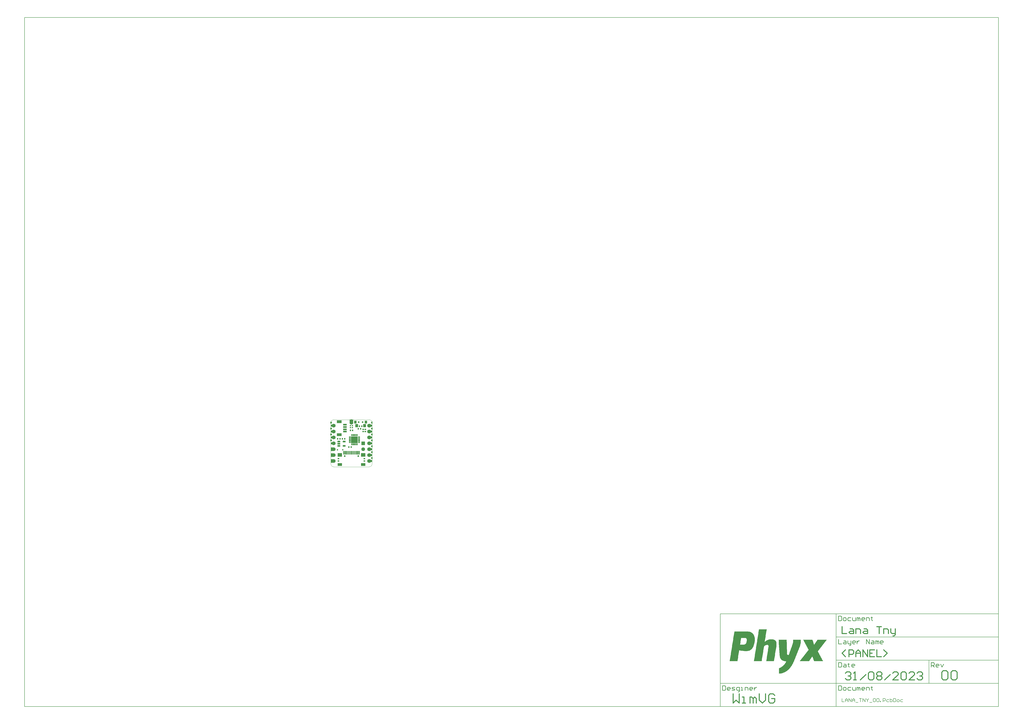
<source format=gts>
G04*
G04 #@! TF.GenerationSoftware,Altium Limited,Altium Designer,23.8.1 (32)*
G04*
G04 Layer_Color=8388736*
%FSLAX25Y25*%
%MOIN*%
G70*
G04*
G04 #@! TF.SameCoordinates,792C4401-852F-49E4-8EEA-156BCAAEB04F*
G04*
G04*
G04 #@! TF.FilePolarity,Negative*
G04*
G01*
G75*
%ADD10C,0.00984*%
%ADD12C,0.00394*%
%ADD13C,0.00787*%
%ADD16C,0.01575*%
%ADD33R,0.06496X0.02756*%
%ADD34R,0.08268X0.05118*%
%ADD35R,0.02362X0.02756*%
%ADD36R,0.02756X0.02362*%
%ADD37R,0.11417X0.11417*%
%ADD38O,0.03347X0.01181*%
%ADD39O,0.01181X0.03347*%
%ADD40R,0.07480X0.05118*%
%ADD41R,0.07480X0.06102*%
%ADD42R,0.01575X0.06102*%
%ADD43R,0.04921X0.05512*%
%ADD44R,0.03937X0.05118*%
%ADD45C,0.01968*%
%ADD46R,0.02323X0.02165*%
%ADD47R,0.04921X0.02756*%
%ADD48R,0.02165X0.02165*%
%ADD49C,0.02953*%
%ADD50C,0.02756*%
%ADD51R,0.02894X0.03543*%
%ADD52R,0.06299X0.05394*%
%ADD53C,0.06299*%
%ADD54R,0.06299X0.06299*%
%ADD55R,0.05394X0.06299*%
G36*
X65668Y73094D02*
X66262Y72976D01*
X66299Y72965D01*
X66299Y72965D01*
X66858Y72733D01*
X66893Y72715D01*
X66893Y72715D01*
X67396Y72378D01*
X67396Y72378D01*
X67412Y72365D01*
X67426Y72354D01*
X67426Y72354D01*
X67636Y72143D01*
X67746Y72044D01*
X67996Y71877D01*
X68269Y71764D01*
X68564Y71705D01*
X68712Y71698D01*
X69200D01*
X69239Y71694D01*
X69276Y71683D01*
X69310Y71665D01*
X69340Y71640D01*
X69365Y71610D01*
X69383Y71576D01*
X69394Y71539D01*
X69398Y71500D01*
Y70000D01*
Y70000D01*
Y70000D01*
Y68500D01*
X69394Y68461D01*
X69383Y68424D01*
X69365Y68390D01*
X69340Y68360D01*
X69310Y68335D01*
X69276Y68317D01*
X69239Y68306D01*
X69200Y68302D01*
X68712D01*
X68564Y68295D01*
X68269Y68236D01*
X67996Y68123D01*
X67746Y67956D01*
X67636Y67857D01*
X67426Y67646D01*
X67426Y67646D01*
X67412Y67635D01*
X67396Y67621D01*
X67396Y67621D01*
X66893Y67285D01*
X66893Y67285D01*
X66858Y67267D01*
X66299Y67035D01*
X66299Y67035D01*
X66262Y67024D01*
X65668Y66906D01*
X65630Y66902D01*
X65000D01*
X64961Y66906D01*
X64924Y66917D01*
X64890Y66935D01*
X64860Y66960D01*
X64836Y66990D01*
X64817Y67024D01*
X64806Y67061D01*
X64802Y67100D01*
Y70000D01*
Y72900D01*
X64806Y72939D01*
X64817Y72976D01*
X64836Y73010D01*
X64860Y73040D01*
X64890Y73065D01*
X64924Y73083D01*
X64961Y73094D01*
X65000Y73098D01*
X65630D01*
X65668Y73094D01*
D02*
G37*
G36*
X5039D02*
X5076Y73083D01*
X5110Y73065D01*
X5140Y73040D01*
X5164Y73010D01*
X5183Y72976D01*
X5194Y72939D01*
X5198Y72900D01*
Y70000D01*
Y67100D01*
X5194Y67061D01*
X5183Y67024D01*
X5164Y66990D01*
X5140Y66960D01*
X5110Y66935D01*
X5076Y66917D01*
X5039Y66906D01*
X5000Y66902D01*
X4370D01*
X4332Y66906D01*
X3738Y67024D01*
X3701Y67035D01*
X3701Y67035D01*
X3142Y67267D01*
X3107Y67285D01*
X3107Y67285D01*
X2604Y67621D01*
X2604Y67621D01*
X2588Y67635D01*
X2574Y67646D01*
X2574Y67646D01*
X2364Y67857D01*
X2254Y67956D01*
X2004Y68123D01*
X1731Y68236D01*
X1436Y68295D01*
X1288Y68302D01*
X800D01*
X761Y68306D01*
X724Y68317D01*
X690Y68335D01*
X660Y68360D01*
X636Y68390D01*
X617Y68424D01*
X606Y68461D01*
X602Y68500D01*
Y70000D01*
Y70000D01*
Y70000D01*
Y71500D01*
X606Y71539D01*
X617Y71576D01*
X636Y71610D01*
X660Y71640D01*
X690Y71665D01*
X724Y71683D01*
X761Y71694D01*
X800Y71698D01*
X1288D01*
X1436Y71705D01*
X1731Y71764D01*
X2004Y71877D01*
X2254Y72044D01*
X2364Y72143D01*
X2574Y72354D01*
X2574Y72354D01*
X2588Y72365D01*
X2604Y72378D01*
X2604Y72378D01*
X3107Y72715D01*
X3107Y72715D01*
X3142Y72733D01*
X3701Y72965D01*
X3701Y72965D01*
X3738Y72976D01*
X4332Y73094D01*
X4370Y73098D01*
X5000D01*
X5039Y73094D01*
D02*
G37*
G36*
X65668Y63094D02*
X66262Y62976D01*
X66299Y62965D01*
X66299Y62965D01*
X66858Y62733D01*
X66893Y62715D01*
X66893Y62715D01*
X67396Y62379D01*
X67396Y62379D01*
X67412Y62365D01*
X67426Y62354D01*
X67426Y62354D01*
X67636Y62143D01*
X67746Y62044D01*
X67996Y61877D01*
X68269Y61764D01*
X68564Y61705D01*
X68712Y61698D01*
X69200D01*
X69239Y61694D01*
X69276Y61683D01*
X69310Y61664D01*
X69340Y61640D01*
X69365Y61610D01*
X69383Y61576D01*
X69394Y61539D01*
X69398Y61500D01*
Y60000D01*
Y60000D01*
Y60000D01*
Y58500D01*
X69394Y58461D01*
X69383Y58424D01*
X69365Y58390D01*
X69340Y58360D01*
X69310Y58336D01*
X69276Y58317D01*
X69239Y58306D01*
X69200Y58302D01*
X68712D01*
X68564Y58295D01*
X68269Y58236D01*
X67996Y58123D01*
X67746Y57956D01*
X67636Y57857D01*
X67426Y57646D01*
X67426Y57646D01*
X67412Y57635D01*
X67396Y57622D01*
X67396Y57622D01*
X66893Y57285D01*
X66893Y57285D01*
X66858Y57267D01*
X66299Y57035D01*
X66299Y57035D01*
X66262Y57024D01*
X65668Y56906D01*
X65630Y56902D01*
X65000D01*
X64961Y56906D01*
X64924Y56917D01*
X64890Y56936D01*
X64860Y56960D01*
X64836Y56990D01*
X64817Y57024D01*
X64806Y57061D01*
X64802Y57100D01*
Y60000D01*
Y62900D01*
X64806Y62939D01*
X64817Y62976D01*
X64836Y63010D01*
X64860Y63040D01*
X64890Y63064D01*
X64924Y63083D01*
X64961Y63094D01*
X65000Y63098D01*
X65630D01*
X65668Y63094D01*
D02*
G37*
G36*
X5039D02*
X5076Y63083D01*
X5110Y63064D01*
X5140Y63040D01*
X5164Y63010D01*
X5183Y62976D01*
X5194Y62939D01*
X5198Y62900D01*
Y60000D01*
Y57100D01*
X5194Y57061D01*
X5183Y57024D01*
X5164Y56990D01*
X5140Y56960D01*
X5110Y56936D01*
X5076Y56917D01*
X5039Y56906D01*
X5000Y56902D01*
X4370D01*
X4332Y56906D01*
X3738Y57024D01*
X3701Y57035D01*
X3701Y57035D01*
X3142Y57267D01*
X3107Y57285D01*
X3107Y57285D01*
X2604Y57622D01*
X2604Y57622D01*
X2588Y57635D01*
X2574Y57646D01*
X2574Y57646D01*
X2364Y57857D01*
X2254Y57956D01*
X2004Y58123D01*
X1731Y58236D01*
X1436Y58295D01*
X1288Y58302D01*
X800D01*
X761Y58306D01*
X724Y58317D01*
X690Y58336D01*
X660Y58360D01*
X636Y58390D01*
X617Y58424D01*
X606Y58461D01*
X602Y58500D01*
Y60000D01*
Y60000D01*
Y60000D01*
Y61500D01*
X606Y61539D01*
X617Y61576D01*
X636Y61610D01*
X660Y61640D01*
X690Y61664D01*
X724Y61683D01*
X761Y61694D01*
X800Y61698D01*
X1288D01*
X1436Y61705D01*
X1731Y61764D01*
X2004Y61877D01*
X2254Y62044D01*
X2364Y62143D01*
X2574Y62354D01*
X2574Y62354D01*
X2588Y62365D01*
X2604Y62379D01*
X2604Y62379D01*
X3107Y62715D01*
X3107Y62715D01*
X3142Y62733D01*
X3701Y62965D01*
X3701Y62965D01*
X3738Y62976D01*
X4332Y63094D01*
X4370Y63098D01*
X5000D01*
X5039Y63094D01*
D02*
G37*
G36*
X65668Y53094D02*
X66262Y52976D01*
X66299Y52965D01*
X66299Y52965D01*
X66858Y52733D01*
X66893Y52715D01*
X66893Y52715D01*
X67396Y52378D01*
X67396Y52378D01*
X67412Y52365D01*
X67426Y52354D01*
X67426Y52354D01*
X67636Y52143D01*
X67746Y52044D01*
X67996Y51877D01*
X68269Y51764D01*
X68564Y51705D01*
X68712Y51698D01*
X69200D01*
X69239Y51694D01*
X69276Y51683D01*
X69310Y51665D01*
X69340Y51640D01*
X69365Y51610D01*
X69383Y51576D01*
X69394Y51539D01*
X69398Y51500D01*
Y50000D01*
Y50000D01*
Y50000D01*
Y48500D01*
X69394Y48461D01*
X69383Y48424D01*
X69365Y48390D01*
X69340Y48360D01*
X69310Y48335D01*
X69276Y48317D01*
X69239Y48306D01*
X69200Y48302D01*
X68712D01*
X68564Y48295D01*
X68269Y48236D01*
X67996Y48123D01*
X67746Y47956D01*
X67636Y47857D01*
X67426Y47646D01*
X67426Y47646D01*
X67412Y47635D01*
X67396Y47622D01*
X67396Y47622D01*
X66893Y47285D01*
X66893Y47285D01*
X66858Y47267D01*
X66299Y47035D01*
X66299Y47035D01*
X66262Y47024D01*
X65668Y46906D01*
X65630Y46902D01*
X65000D01*
X64961Y46906D01*
X64924Y46917D01*
X64890Y46935D01*
X64860Y46960D01*
X64836Y46990D01*
X64817Y47024D01*
X64806Y47061D01*
X64802Y47100D01*
Y50000D01*
Y52900D01*
X64806Y52939D01*
X64817Y52976D01*
X64836Y53010D01*
X64860Y53040D01*
X64890Y53065D01*
X64924Y53083D01*
X64961Y53094D01*
X65000Y53098D01*
X65630D01*
X65668Y53094D01*
D02*
G37*
G36*
X5039D02*
X5076Y53083D01*
X5110Y53065D01*
X5140Y53040D01*
X5164Y53010D01*
X5183Y52976D01*
X5194Y52939D01*
X5198Y52900D01*
Y50000D01*
Y47100D01*
X5194Y47061D01*
X5183Y47024D01*
X5164Y46990D01*
X5140Y46960D01*
X5110Y46935D01*
X5076Y46917D01*
X5039Y46906D01*
X5000Y46902D01*
X4370D01*
X4332Y46906D01*
X3738Y47024D01*
X3701Y47035D01*
X3701Y47035D01*
X3142Y47267D01*
X3107Y47285D01*
X3107Y47285D01*
X2604Y47622D01*
X2604Y47622D01*
X2588Y47635D01*
X2574Y47646D01*
X2574Y47646D01*
X2364Y47857D01*
X2254Y47956D01*
X2004Y48123D01*
X1731Y48236D01*
X1436Y48295D01*
X1288Y48302D01*
X800D01*
X761Y48306D01*
X724Y48317D01*
X690Y48335D01*
X660Y48360D01*
X636Y48390D01*
X617Y48424D01*
X606Y48461D01*
X602Y48500D01*
Y50000D01*
Y50000D01*
Y50000D01*
Y51500D01*
X606Y51539D01*
X617Y51576D01*
X636Y51610D01*
X660Y51640D01*
X690Y51665D01*
X724Y51683D01*
X761Y51694D01*
X800Y51698D01*
X1288D01*
X1436Y51705D01*
X1731Y51764D01*
X2004Y51877D01*
X2254Y52044D01*
X2364Y52143D01*
X2574Y52354D01*
X2574Y52354D01*
X2588Y52365D01*
X2604Y52378D01*
X2604Y52378D01*
X3107Y52715D01*
X3107Y52715D01*
X3142Y52733D01*
X3701Y52965D01*
X3701Y52965D01*
X3738Y52976D01*
X4332Y53094D01*
X4370Y53098D01*
X5000D01*
X5039Y53094D01*
D02*
G37*
G36*
X65668Y43094D02*
X66262Y42976D01*
X66299Y42965D01*
X66299Y42965D01*
X66858Y42733D01*
X66893Y42715D01*
X66893Y42715D01*
X67396Y42379D01*
X67396Y42379D01*
X67412Y42365D01*
X67426Y42354D01*
X67426Y42354D01*
X67636Y42143D01*
X67746Y42044D01*
X67996Y41877D01*
X68269Y41764D01*
X68564Y41705D01*
X68712Y41698D01*
X69200D01*
X69239Y41694D01*
X69276Y41683D01*
X69310Y41664D01*
X69340Y41640D01*
X69365Y41610D01*
X69383Y41576D01*
X69394Y41539D01*
X69398Y41500D01*
Y40000D01*
Y40000D01*
Y40000D01*
Y38500D01*
X69394Y38461D01*
X69383Y38424D01*
X69365Y38390D01*
X69340Y38360D01*
X69310Y38335D01*
X69276Y38317D01*
X69239Y38306D01*
X69200Y38302D01*
X68712D01*
X68564Y38295D01*
X68269Y38236D01*
X67996Y38123D01*
X67746Y37956D01*
X67636Y37857D01*
X67426Y37646D01*
X67426Y37646D01*
X67412Y37635D01*
X67396Y37622D01*
X67396Y37622D01*
X66893Y37285D01*
X66893Y37285D01*
X66858Y37267D01*
X66299Y37035D01*
X66299Y37035D01*
X66262Y37024D01*
X65668Y36906D01*
X65630Y36902D01*
X65000D01*
X64961Y36906D01*
X64924Y36917D01*
X64890Y36935D01*
X64860Y36960D01*
X64836Y36990D01*
X64817Y37024D01*
X64806Y37061D01*
X64802Y37100D01*
Y40000D01*
Y42900D01*
X64806Y42939D01*
X64817Y42976D01*
X64836Y43010D01*
X64860Y43040D01*
X64890Y43064D01*
X64924Y43083D01*
X64961Y43094D01*
X65000Y43098D01*
X65630D01*
X65668Y43094D01*
D02*
G37*
G36*
X5039D02*
X5076Y43083D01*
X5110Y43064D01*
X5140Y43040D01*
X5164Y43010D01*
X5183Y42976D01*
X5194Y42939D01*
X5198Y42900D01*
Y40000D01*
Y37100D01*
X5194Y37061D01*
X5183Y37024D01*
X5164Y36990D01*
X5140Y36960D01*
X5110Y36935D01*
X5076Y36917D01*
X5039Y36906D01*
X5000Y36902D01*
X4370D01*
X4332Y36906D01*
X3738Y37024D01*
X3701Y37035D01*
X3701Y37035D01*
X3142Y37267D01*
X3107Y37285D01*
X3107Y37285D01*
X2604Y37622D01*
X2604Y37622D01*
X2588Y37635D01*
X2574Y37646D01*
X2574Y37646D01*
X2364Y37857D01*
X2254Y37956D01*
X2004Y38123D01*
X1731Y38236D01*
X1436Y38295D01*
X1288Y38302D01*
X800D01*
X761Y38306D01*
X724Y38317D01*
X690Y38335D01*
X660Y38360D01*
X636Y38390D01*
X617Y38424D01*
X606Y38461D01*
X602Y38500D01*
Y40000D01*
Y40000D01*
Y40000D01*
Y41500D01*
X606Y41539D01*
X617Y41576D01*
X636Y41610D01*
X660Y41640D01*
X690Y41664D01*
X724Y41683D01*
X761Y41694D01*
X800Y41698D01*
X1288D01*
X1436Y41705D01*
X1731Y41764D01*
X2004Y41877D01*
X2254Y42044D01*
X2364Y42143D01*
X2574Y42354D01*
X2574Y42354D01*
X2588Y42365D01*
X2604Y42379D01*
X2604Y42379D01*
X3107Y42715D01*
X3107Y42715D01*
X3142Y42733D01*
X3701Y42965D01*
X3701Y42965D01*
X3738Y42976D01*
X4332Y43094D01*
X4370Y43098D01*
X5000D01*
X5039Y43094D01*
D02*
G37*
G36*
X65668Y33094D02*
X66262Y32976D01*
X66299Y32965D01*
X66299Y32965D01*
X66858Y32733D01*
X66893Y32715D01*
X66893Y32715D01*
X67396Y32379D01*
X67396Y32379D01*
X67412Y32365D01*
X67426Y32354D01*
X67426Y32354D01*
X67636Y32143D01*
X67746Y32044D01*
X67996Y31877D01*
X68269Y31764D01*
X68564Y31705D01*
X68712Y31698D01*
X69200D01*
X69239Y31694D01*
X69276Y31683D01*
X69310Y31664D01*
X69340Y31640D01*
X69365Y31610D01*
X69383Y31576D01*
X69394Y31539D01*
X69398Y31500D01*
Y30000D01*
Y30000D01*
Y30000D01*
Y28500D01*
X69394Y28461D01*
X69383Y28424D01*
X69365Y28390D01*
X69340Y28360D01*
X69310Y28335D01*
X69276Y28317D01*
X69239Y28306D01*
X69200Y28302D01*
X68712D01*
X68564Y28295D01*
X68269Y28236D01*
X67996Y28123D01*
X67746Y27956D01*
X67636Y27857D01*
X67426Y27646D01*
X67426Y27646D01*
X67412Y27635D01*
X67396Y27621D01*
X67396Y27621D01*
X66893Y27285D01*
X66893Y27285D01*
X66858Y27267D01*
X66299Y27035D01*
X66299Y27035D01*
X66262Y27024D01*
X65668Y26906D01*
X65630Y26902D01*
X65000D01*
X64961Y26906D01*
X64924Y26917D01*
X64890Y26935D01*
X64860Y26960D01*
X64836Y26990D01*
X64817Y27024D01*
X64806Y27061D01*
X64802Y27100D01*
Y30000D01*
Y32900D01*
X64806Y32939D01*
X64817Y32976D01*
X64836Y33010D01*
X64860Y33040D01*
X64890Y33064D01*
X64924Y33083D01*
X64961Y33094D01*
X65000Y33098D01*
X65630D01*
X65668Y33094D01*
D02*
G37*
G36*
Y23094D02*
X66262Y22976D01*
X66299Y22965D01*
X66299Y22965D01*
X66858Y22733D01*
X66893Y22715D01*
X66893Y22715D01*
X67396Y22378D01*
X67396Y22378D01*
X67412Y22365D01*
X67426Y22354D01*
X67426Y22354D01*
X67636Y22143D01*
X67746Y22044D01*
X67996Y21877D01*
X68269Y21764D01*
X68564Y21705D01*
X68712Y21698D01*
X69200D01*
X69239Y21694D01*
X69276Y21683D01*
X69310Y21665D01*
X69340Y21640D01*
X69365Y21610D01*
X69383Y21576D01*
X69394Y21539D01*
X69398Y21500D01*
Y20000D01*
Y20000D01*
Y20000D01*
Y18500D01*
X69394Y18461D01*
X69383Y18424D01*
X69365Y18390D01*
X69340Y18360D01*
X69310Y18336D01*
X69276Y18317D01*
X69239Y18306D01*
X69200Y18302D01*
X68712D01*
X68564Y18295D01*
X68269Y18236D01*
X67996Y18123D01*
X67746Y17956D01*
X67636Y17857D01*
X67426Y17646D01*
X67426Y17646D01*
X67412Y17635D01*
X67396Y17621D01*
X67396Y17621D01*
X66893Y17285D01*
X66893Y17285D01*
X66858Y17267D01*
X66299Y17035D01*
X66299Y17035D01*
X66262Y17024D01*
X65668Y16906D01*
X65630Y16902D01*
X65000D01*
X64961Y16906D01*
X64924Y16917D01*
X64890Y16936D01*
X64860Y16960D01*
X64836Y16990D01*
X64817Y17024D01*
X64806Y17061D01*
X64802Y17100D01*
Y20000D01*
Y22900D01*
X64806Y22939D01*
X64817Y22976D01*
X64836Y23010D01*
X64860Y23040D01*
X64890Y23065D01*
X64924Y23083D01*
X64961Y23094D01*
X65000Y23098D01*
X65630D01*
X65668Y23094D01*
D02*
G37*
G36*
Y13094D02*
X66262Y12976D01*
X66299Y12965D01*
X66299Y12965D01*
X66858Y12733D01*
X66893Y12715D01*
X66893Y12715D01*
X67396Y12378D01*
X67396Y12378D01*
X67412Y12365D01*
X67426Y12354D01*
X67426Y12354D01*
X67636Y12143D01*
X67746Y12044D01*
X67996Y11877D01*
X68269Y11764D01*
X68564Y11705D01*
X68712Y11698D01*
X69200D01*
X69239Y11694D01*
X69276Y11683D01*
X69310Y11665D01*
X69340Y11640D01*
X69365Y11610D01*
X69383Y11576D01*
X69394Y11539D01*
X69398Y11500D01*
Y10000D01*
Y10000D01*
Y10000D01*
Y8500D01*
X69394Y8461D01*
X69383Y8424D01*
X69365Y8390D01*
X69340Y8360D01*
X69310Y8336D01*
X69276Y8317D01*
X69239Y8306D01*
X69200Y8302D01*
X68712D01*
X68564Y8295D01*
X68269Y8236D01*
X67996Y8123D01*
X67746Y7956D01*
X67636Y7857D01*
X67426Y7646D01*
X67426Y7646D01*
X67412Y7635D01*
X67396Y7621D01*
X67396Y7621D01*
X66893Y7285D01*
X66893Y7285D01*
X66858Y7267D01*
X66299Y7035D01*
X66299Y7035D01*
X66262Y7024D01*
X65668Y6906D01*
X65630Y6902D01*
X65000D01*
X64961Y6906D01*
X64924Y6917D01*
X64890Y6936D01*
X64860Y6960D01*
X64836Y6990D01*
X64817Y7024D01*
X64806Y7061D01*
X64802Y7100D01*
Y10000D01*
Y12900D01*
X64806Y12939D01*
X64817Y12976D01*
X64836Y13010D01*
X64860Y13040D01*
X64890Y13065D01*
X64924Y13083D01*
X64961Y13094D01*
X65000Y13098D01*
X65630D01*
X65668Y13094D01*
D02*
G37*
G36*
X841951Y-293603D02*
X841665D01*
Y-293889D01*
X841378D01*
Y-294176D01*
Y-294462D01*
X841092D01*
Y-294748D01*
X840806D01*
Y-295035D01*
X840519D01*
Y-295321D01*
Y-295607D01*
X840233D01*
Y-295894D01*
X839947D01*
Y-296180D01*
X839660D01*
Y-296466D01*
X839374D01*
Y-296752D01*
Y-297039D01*
X839088D01*
Y-297325D01*
X838801D01*
Y-297611D01*
X838515D01*
Y-297898D01*
Y-298184D01*
X838229D01*
Y-298470D01*
X837943D01*
Y-298757D01*
X837656D01*
Y-299043D01*
X837370D01*
Y-299329D01*
Y-299616D01*
X837084D01*
Y-299902D01*
X836797D01*
Y-300188D01*
X836511D01*
Y-300475D01*
Y-300761D01*
X836225D01*
Y-301047D01*
X835938D01*
Y-301333D01*
X835652D01*
Y-301620D01*
Y-301906D01*
X835366D01*
Y-302192D01*
X835079D01*
Y-302479D01*
X834793D01*
Y-302765D01*
X834507D01*
Y-303051D01*
Y-303338D01*
X834221D01*
Y-303624D01*
X833934D01*
Y-303910D01*
X833648D01*
Y-304197D01*
Y-304483D01*
X833362D01*
Y-304769D01*
X833075D01*
Y-305055D01*
X832789D01*
Y-305342D01*
Y-305628D01*
X832503D01*
Y-305914D01*
X832216D01*
Y-306201D01*
X831930D01*
Y-306487D01*
X831644D01*
Y-306773D01*
Y-307060D01*
X831357D01*
Y-307346D01*
X831071D01*
Y-307632D01*
X830785D01*
Y-307919D01*
Y-308205D01*
X830499D01*
Y-308491D01*
X830212D01*
Y-308778D01*
X829926D01*
Y-309064D01*
Y-309350D01*
X829640D01*
Y-309636D01*
X829353D01*
Y-309923D01*
X829067D01*
Y-310209D01*
X828781D01*
Y-310495D01*
Y-310782D01*
X828494D01*
Y-311068D01*
X828208D01*
Y-311354D01*
X827922D01*
Y-311641D01*
Y-311927D01*
X827635D01*
Y-312213D01*
X827349D01*
Y-312500D01*
X827063D01*
Y-312786D01*
X826776D01*
Y-313072D01*
Y-313359D01*
X827063D01*
Y-313645D01*
Y-313931D01*
X827349D01*
Y-314217D01*
Y-314504D01*
X827635D01*
Y-314790D01*
X827922D01*
Y-315076D01*
Y-315363D01*
X828208D01*
Y-315649D01*
Y-315935D01*
X828494D01*
Y-316222D01*
Y-316508D01*
X828781D01*
Y-316794D01*
Y-317081D01*
X829067D01*
Y-317367D01*
Y-317653D01*
X829353D01*
Y-317940D01*
Y-318226D01*
X829640D01*
Y-318512D01*
Y-318798D01*
X829926D01*
Y-319085D01*
Y-319371D01*
X830212D01*
Y-319657D01*
X830499D01*
Y-319944D01*
Y-320230D01*
X830785D01*
Y-320516D01*
Y-320803D01*
X831071D01*
Y-321089D01*
Y-321375D01*
X831357D01*
Y-321662D01*
Y-321948D01*
X831644D01*
Y-322234D01*
Y-322521D01*
X831930D01*
Y-322807D01*
Y-323093D01*
X832216D01*
Y-323379D01*
Y-323666D01*
X832503D01*
Y-323952D01*
X832789D01*
Y-324238D01*
Y-324525D01*
X833075D01*
Y-324811D01*
Y-325097D01*
X833362D01*
Y-325384D01*
Y-325670D01*
X833648D01*
Y-325956D01*
Y-326243D01*
X833934D01*
Y-326529D01*
Y-326815D01*
X834221D01*
Y-327102D01*
Y-327388D01*
X834507D01*
Y-327674D01*
Y-327960D01*
X834793D01*
Y-328247D01*
X835079D01*
Y-328533D01*
Y-328819D01*
X835366D01*
Y-329106D01*
Y-329392D01*
X835652D01*
Y-329678D01*
X820477D01*
Y-329392D01*
X820191D01*
Y-329106D01*
Y-328819D01*
Y-328533D01*
X819905D01*
Y-328247D01*
Y-327960D01*
Y-327674D01*
X819619D01*
Y-327388D01*
Y-327102D01*
X819332D01*
Y-326815D01*
Y-326529D01*
Y-326243D01*
X819046D01*
Y-325956D01*
Y-325670D01*
Y-325384D01*
X818760D01*
Y-325097D01*
Y-324811D01*
X818473D01*
Y-324525D01*
Y-324238D01*
Y-323952D01*
X818187D01*
Y-323666D01*
Y-323379D01*
Y-323093D01*
X817901D01*
Y-322807D01*
Y-322521D01*
Y-322234D01*
X817614D01*
Y-321948D01*
X817042D01*
Y-322234D01*
Y-322521D01*
X816755D01*
Y-322807D01*
X816469D01*
Y-323093D01*
Y-323379D01*
X816183D01*
Y-323666D01*
X815897D01*
Y-323952D01*
Y-324238D01*
X815610D01*
Y-324525D01*
X815324D01*
Y-324811D01*
Y-325097D01*
X815038D01*
Y-325384D01*
X814751D01*
Y-325670D01*
X814465D01*
Y-325956D01*
Y-326243D01*
X814179D01*
Y-326529D01*
X813892D01*
Y-326815D01*
Y-327102D01*
X813606D01*
Y-327388D01*
X813320D01*
Y-327674D01*
Y-327960D01*
X813033D01*
Y-328247D01*
X812747D01*
Y-328533D01*
Y-328819D01*
X812461D01*
Y-329106D01*
X812174D01*
Y-329392D01*
Y-329678D01*
X796141D01*
Y-329392D01*
X796427D01*
Y-329106D01*
X796714D01*
Y-328819D01*
X797000D01*
Y-328533D01*
X797286D01*
Y-328247D01*
Y-327960D01*
X797573D01*
Y-327674D01*
X797859D01*
Y-327388D01*
X798145D01*
Y-327102D01*
X798431D01*
Y-326815D01*
Y-326529D01*
X798718D01*
Y-326243D01*
X799004D01*
Y-325956D01*
X799290D01*
Y-325670D01*
Y-325384D01*
X799577D01*
Y-325097D01*
X799863D01*
Y-324811D01*
X800149D01*
Y-324525D01*
X800436D01*
Y-324238D01*
Y-323952D01*
X800722D01*
Y-323666D01*
X801008D01*
Y-323379D01*
X801295D01*
Y-323093D01*
X801581D01*
Y-322807D01*
Y-322521D01*
X801867D01*
Y-322234D01*
X802153D01*
Y-321948D01*
X802440D01*
Y-321662D01*
Y-321375D01*
X802726D01*
Y-321089D01*
X803012D01*
Y-320803D01*
X803299D01*
Y-320516D01*
X803585D01*
Y-320230D01*
Y-319944D01*
X803871D01*
Y-319657D01*
X804158D01*
Y-319371D01*
X804444D01*
Y-319085D01*
Y-318798D01*
X804730D01*
Y-318512D01*
X805017D01*
Y-318226D01*
X805303D01*
Y-317940D01*
X805589D01*
Y-317653D01*
Y-317367D01*
X805876D01*
Y-317081D01*
X806162D01*
Y-316794D01*
X806448D01*
Y-316508D01*
Y-316222D01*
X806734D01*
Y-315935D01*
X807021D01*
Y-315649D01*
X807307D01*
Y-315363D01*
X807594D01*
Y-315076D01*
Y-314790D01*
X807880D01*
Y-314504D01*
X808166D01*
Y-314217D01*
X808452D01*
Y-313931D01*
X808739D01*
Y-313645D01*
Y-313359D01*
X809025D01*
Y-313072D01*
X809311D01*
Y-312786D01*
X809598D01*
Y-312500D01*
Y-312213D01*
X809884D01*
Y-311927D01*
X810170D01*
Y-311641D01*
X810457D01*
Y-311354D01*
X810743D01*
Y-311068D01*
Y-310782D01*
X811029D01*
Y-310495D01*
Y-310209D01*
Y-309923D01*
X810743D01*
Y-309636D01*
X810457D01*
Y-309350D01*
Y-309064D01*
X810170D01*
Y-308778D01*
Y-308491D01*
X809884D01*
Y-308205D01*
Y-307919D01*
X809598D01*
Y-307632D01*
Y-307346D01*
X809311D01*
Y-307060D01*
Y-306773D01*
X809025D01*
Y-306487D01*
Y-306201D01*
X808739D01*
Y-305914D01*
X808452D01*
Y-305628D01*
Y-305342D01*
X808166D01*
Y-305055D01*
Y-304769D01*
X807880D01*
Y-304483D01*
Y-304197D01*
X807594D01*
Y-303910D01*
Y-303624D01*
X807307D01*
Y-303338D01*
Y-303051D01*
X807021D01*
Y-302765D01*
Y-302479D01*
X806734D01*
Y-302192D01*
X806448D01*
Y-301906D01*
Y-301620D01*
X806162D01*
Y-301333D01*
Y-301047D01*
X805876D01*
Y-300761D01*
Y-300475D01*
X805589D01*
Y-300188D01*
Y-299902D01*
X805303D01*
Y-299616D01*
Y-299329D01*
X805017D01*
Y-299043D01*
Y-298757D01*
X804730D01*
Y-298470D01*
Y-298184D01*
X804444D01*
Y-297898D01*
X804158D01*
Y-297611D01*
Y-297325D01*
X803871D01*
Y-297039D01*
Y-296752D01*
X803585D01*
Y-296466D01*
Y-296180D01*
X803299D01*
Y-295894D01*
Y-295607D01*
X803012D01*
Y-295321D01*
Y-295035D01*
X802726D01*
Y-294748D01*
Y-294462D01*
X802440D01*
Y-294176D01*
X802153D01*
Y-293889D01*
Y-293603D01*
X801867D01*
Y-293317D01*
X817614D01*
Y-293603D01*
X817901D01*
Y-293889D01*
Y-294176D01*
Y-294462D01*
X818187D01*
Y-294748D01*
Y-295035D01*
Y-295321D01*
X818473D01*
Y-295607D01*
Y-295894D01*
Y-296180D01*
X818760D01*
Y-296466D01*
Y-296752D01*
Y-297039D01*
X819046D01*
Y-297325D01*
Y-297611D01*
Y-297898D01*
X819332D01*
Y-298184D01*
Y-298470D01*
Y-298757D01*
X819619D01*
Y-299043D01*
Y-299329D01*
Y-299616D01*
X819905D01*
Y-299902D01*
Y-300188D01*
Y-300475D01*
X820191D01*
Y-300761D01*
Y-301047D01*
Y-301333D01*
Y-301620D01*
X820764D01*
Y-301333D01*
X821050D01*
Y-301047D01*
X821336D01*
Y-300761D01*
Y-300475D01*
X821623D01*
Y-300188D01*
X821909D01*
Y-299902D01*
Y-299616D01*
X822195D01*
Y-299329D01*
X822482D01*
Y-299043D01*
Y-298757D01*
X822768D01*
Y-298470D01*
X823054D01*
Y-298184D01*
Y-297898D01*
X823341D01*
Y-297611D01*
X823627D01*
Y-297325D01*
Y-297039D01*
X823913D01*
Y-296752D01*
X824200D01*
Y-296466D01*
Y-296180D01*
X824486D01*
Y-295894D01*
X824772D01*
Y-295607D01*
Y-295321D01*
X825058D01*
Y-295035D01*
X825345D01*
Y-294748D01*
Y-294462D01*
X825631D01*
Y-294176D01*
X825918D01*
Y-293889D01*
Y-293603D01*
X826204D01*
Y-293317D01*
X841951D01*
Y-293603D01*
D02*
G37*
G36*
X708815Y-279574D02*
X710533D01*
Y-279860D01*
X711392D01*
Y-280146D01*
X712251D01*
Y-280433D01*
X713110D01*
Y-280719D01*
X713683D01*
Y-281005D01*
X713969D01*
Y-281292D01*
X714542D01*
Y-281578D01*
X714828D01*
Y-281864D01*
X715401D01*
Y-282151D01*
X715687D01*
Y-282437D01*
X715973D01*
Y-282723D01*
X716260D01*
Y-283009D01*
X716546D01*
Y-283296D01*
X716832D01*
Y-283582D01*
X717119D01*
Y-283868D01*
Y-284155D01*
X717405D01*
Y-284441D01*
X717691D01*
Y-284727D01*
Y-285014D01*
X717978D01*
Y-285300D01*
X718264D01*
Y-285586D01*
Y-285873D01*
X718550D01*
Y-286159D01*
Y-286445D01*
Y-286732D01*
X718836D01*
Y-287018D01*
Y-287304D01*
Y-287590D01*
X719123D01*
Y-287877D01*
Y-288163D01*
Y-288449D01*
Y-288736D01*
X719409D01*
Y-289022D01*
Y-289308D01*
Y-289595D01*
Y-289881D01*
Y-290167D01*
X719695D01*
Y-290454D01*
Y-290740D01*
Y-291026D01*
Y-291313D01*
Y-291599D01*
Y-291885D01*
Y-292171D01*
Y-292458D01*
Y-292744D01*
Y-293030D01*
Y-293317D01*
Y-293603D01*
Y-293889D01*
Y-294176D01*
Y-294462D01*
Y-294748D01*
Y-295035D01*
Y-295321D01*
Y-295607D01*
Y-295894D01*
X719409D01*
Y-296180D01*
Y-296466D01*
Y-296752D01*
Y-297039D01*
Y-297325D01*
Y-297611D01*
Y-297898D01*
X719123D01*
Y-298184D01*
Y-298470D01*
Y-298757D01*
Y-299043D01*
Y-299329D01*
X718836D01*
Y-299616D01*
Y-299902D01*
Y-300188D01*
Y-300475D01*
Y-300761D01*
X718550D01*
Y-301047D01*
Y-301333D01*
Y-301620D01*
X718264D01*
Y-301906D01*
Y-302192D01*
Y-302479D01*
Y-302765D01*
X717978D01*
Y-303051D01*
Y-303338D01*
Y-303624D01*
X717691D01*
Y-303910D01*
Y-304197D01*
X717405D01*
Y-304483D01*
Y-304769D01*
Y-305055D01*
X717119D01*
Y-305342D01*
Y-305628D01*
X716832D01*
Y-305914D01*
Y-306201D01*
X716546D01*
Y-306487D01*
Y-306773D01*
X716260D01*
Y-307060D01*
X715973D01*
Y-307346D01*
Y-307632D01*
X715687D01*
Y-307919D01*
X715401D01*
Y-308205D01*
X715114D01*
Y-308491D01*
Y-308778D01*
X714828D01*
Y-309064D01*
X714542D01*
Y-309350D01*
X714256D01*
Y-309636D01*
X713969D01*
Y-309923D01*
X713683D01*
Y-310209D01*
X713110D01*
Y-310495D01*
X712824D01*
Y-310782D01*
X712251D01*
Y-311068D01*
X711965D01*
Y-311354D01*
X711392D01*
Y-311641D01*
X710533D01*
Y-311927D01*
X709674D01*
Y-312213D01*
X708815D01*
Y-312500D01*
X707098D01*
Y-312786D01*
X701944D01*
Y-312500D01*
X699367D01*
Y-312213D01*
X697363D01*
Y-311927D01*
X695931D01*
Y-311641D01*
X694500D01*
Y-311354D01*
X693068D01*
Y-311641D01*
Y-311927D01*
Y-312213D01*
Y-312500D01*
Y-312786D01*
Y-313072D01*
Y-313359D01*
X692782D01*
Y-313645D01*
Y-313931D01*
Y-314217D01*
Y-314504D01*
Y-314790D01*
Y-315076D01*
X692496D01*
Y-315363D01*
Y-315649D01*
Y-315935D01*
Y-316222D01*
Y-316508D01*
Y-316794D01*
X692209D01*
Y-317081D01*
Y-317367D01*
Y-317653D01*
Y-317940D01*
Y-318226D01*
Y-318512D01*
Y-318798D01*
X691923D01*
Y-319085D01*
Y-319371D01*
Y-319657D01*
Y-319944D01*
Y-320230D01*
Y-320516D01*
X691637D01*
Y-320803D01*
Y-321089D01*
Y-321375D01*
Y-321662D01*
Y-321948D01*
Y-322234D01*
X691350D01*
Y-322521D01*
Y-322807D01*
Y-323093D01*
Y-323379D01*
Y-323666D01*
Y-323952D01*
Y-324238D01*
X691064D01*
Y-324525D01*
Y-324811D01*
Y-325097D01*
Y-325384D01*
Y-325670D01*
Y-325956D01*
X690778D01*
Y-326243D01*
Y-326529D01*
Y-326815D01*
Y-327102D01*
Y-327388D01*
Y-327674D01*
X690491D01*
Y-327960D01*
Y-328247D01*
Y-328533D01*
Y-328819D01*
Y-329106D01*
Y-329392D01*
Y-329678D01*
X677035D01*
Y-329392D01*
X677321D01*
Y-329106D01*
Y-328819D01*
Y-328533D01*
Y-328247D01*
Y-327960D01*
X677607D01*
Y-327674D01*
Y-327388D01*
Y-327102D01*
Y-326815D01*
Y-326529D01*
Y-326243D01*
Y-325956D01*
X677894D01*
Y-325670D01*
Y-325384D01*
Y-325097D01*
Y-324811D01*
Y-324525D01*
Y-324238D01*
X678180D01*
Y-323952D01*
Y-323666D01*
Y-323379D01*
Y-323093D01*
Y-322807D01*
Y-322521D01*
X678466D01*
Y-322234D01*
Y-321948D01*
Y-321662D01*
Y-321375D01*
Y-321089D01*
Y-320803D01*
Y-320516D01*
X678753D01*
Y-320230D01*
Y-319944D01*
Y-319657D01*
Y-319371D01*
Y-319085D01*
Y-318798D01*
X679039D01*
Y-318512D01*
Y-318226D01*
Y-317940D01*
Y-317653D01*
Y-317367D01*
Y-317081D01*
X679325D01*
Y-316794D01*
Y-316508D01*
Y-316222D01*
Y-315935D01*
Y-315649D01*
Y-315363D01*
X679612D01*
Y-315076D01*
Y-314790D01*
Y-314504D01*
Y-314217D01*
Y-313931D01*
Y-313645D01*
Y-313359D01*
X679898D01*
Y-313072D01*
Y-312786D01*
Y-312500D01*
Y-312213D01*
Y-311927D01*
Y-311641D01*
X680184D01*
Y-311354D01*
Y-311068D01*
Y-310782D01*
Y-310495D01*
Y-310209D01*
Y-309923D01*
X680471D01*
Y-309636D01*
Y-309350D01*
Y-309064D01*
Y-308778D01*
Y-308491D01*
Y-308205D01*
X680757D01*
Y-307919D01*
Y-307632D01*
Y-307346D01*
Y-307060D01*
Y-306773D01*
Y-306487D01*
Y-306201D01*
X681043D01*
Y-305914D01*
Y-305628D01*
Y-305342D01*
Y-305055D01*
Y-304769D01*
Y-304483D01*
X681329D01*
Y-304197D01*
Y-303910D01*
Y-303624D01*
Y-303338D01*
Y-303051D01*
Y-302765D01*
X681616D01*
Y-302479D01*
Y-302192D01*
Y-301906D01*
Y-301620D01*
Y-301333D01*
Y-301047D01*
Y-300761D01*
X681902D01*
Y-300475D01*
Y-300188D01*
Y-299902D01*
Y-299616D01*
Y-299329D01*
Y-299043D01*
X682188D01*
Y-298757D01*
Y-298470D01*
Y-298184D01*
Y-297898D01*
Y-297611D01*
Y-297325D01*
X682475D01*
Y-297039D01*
Y-296752D01*
Y-296466D01*
Y-296180D01*
Y-295894D01*
Y-295607D01*
X682761D01*
Y-295321D01*
Y-295035D01*
Y-294748D01*
Y-294462D01*
Y-294176D01*
Y-293889D01*
Y-293603D01*
X683047D01*
Y-293317D01*
Y-293030D01*
Y-292744D01*
Y-292458D01*
Y-292171D01*
Y-291885D01*
X683334D01*
Y-291599D01*
Y-291313D01*
Y-291026D01*
Y-290740D01*
Y-290454D01*
Y-290167D01*
X683620D01*
Y-289881D01*
Y-289595D01*
Y-289308D01*
Y-289022D01*
Y-288736D01*
Y-288449D01*
Y-288163D01*
X683906D01*
Y-287877D01*
Y-287590D01*
Y-287304D01*
Y-287018D01*
Y-286732D01*
Y-286445D01*
X684193D01*
Y-286159D01*
Y-285873D01*
Y-285586D01*
Y-285300D01*
Y-285014D01*
Y-284727D01*
X684479D01*
Y-284441D01*
Y-284155D01*
Y-283868D01*
Y-283582D01*
Y-283296D01*
Y-283009D01*
Y-282723D01*
X684765D01*
Y-282437D01*
Y-282151D01*
Y-281864D01*
Y-281578D01*
Y-281292D01*
Y-281005D01*
X685052D01*
Y-280719D01*
Y-280433D01*
Y-280146D01*
Y-279860D01*
Y-279574D01*
Y-279287D01*
X708815D01*
Y-279574D01*
D02*
G37*
G36*
X797859Y-293603D02*
Y-293889D01*
Y-294176D01*
Y-294462D01*
Y-294748D01*
Y-295035D01*
Y-295321D01*
Y-295607D01*
Y-295894D01*
Y-296180D01*
Y-296466D01*
Y-296752D01*
Y-297039D01*
Y-297325D01*
Y-297611D01*
Y-297898D01*
Y-298184D01*
Y-298470D01*
Y-298757D01*
Y-299043D01*
Y-299329D01*
X797573D01*
Y-299616D01*
Y-299902D01*
Y-300188D01*
Y-300475D01*
Y-300761D01*
X797286D01*
Y-301047D01*
Y-301333D01*
Y-301620D01*
Y-301906D01*
X797000D01*
Y-302192D01*
Y-302479D01*
Y-302765D01*
Y-303051D01*
X796714D01*
Y-303338D01*
Y-303624D01*
Y-303910D01*
X796427D01*
Y-304197D01*
Y-304483D01*
Y-304769D01*
X796141D01*
Y-305055D01*
Y-305342D01*
Y-305628D01*
X795855D01*
Y-305914D01*
Y-306201D01*
Y-306487D01*
X795568D01*
Y-306773D01*
Y-307060D01*
X795282D01*
Y-307346D01*
Y-307632D01*
X794996D01*
Y-307919D01*
Y-308205D01*
Y-308491D01*
X794709D01*
Y-308778D01*
Y-309064D01*
X794423D01*
Y-309350D01*
Y-309636D01*
Y-309923D01*
X794137D01*
Y-310209D01*
Y-310495D01*
X793850D01*
Y-310782D01*
Y-311068D01*
Y-311354D01*
X793564D01*
Y-311641D01*
Y-311927D01*
X793278D01*
Y-312213D01*
Y-312500D01*
Y-312786D01*
X792991D01*
Y-313072D01*
Y-313359D01*
X792705D01*
Y-313645D01*
Y-313931D01*
Y-314217D01*
X792419D01*
Y-314504D01*
Y-314790D01*
X792133D01*
Y-315076D01*
Y-315363D01*
Y-315649D01*
X791846D01*
Y-315935D01*
Y-316222D01*
X791560D01*
Y-316508D01*
Y-316794D01*
Y-317081D01*
X791274D01*
Y-317367D01*
Y-317653D01*
X790987D01*
Y-317940D01*
Y-318226D01*
Y-318512D01*
X790701D01*
Y-318798D01*
Y-319085D01*
X790415D01*
Y-319371D01*
Y-319657D01*
Y-319944D01*
X790128D01*
Y-320230D01*
Y-320516D01*
X789842D01*
Y-320803D01*
Y-321089D01*
Y-321375D01*
X789556D01*
Y-321662D01*
Y-321948D01*
X789269D01*
Y-322234D01*
Y-322521D01*
Y-322807D01*
X788983D01*
Y-323093D01*
Y-323379D01*
X788697D01*
Y-323666D01*
Y-323952D01*
Y-324238D01*
X788411D01*
Y-324525D01*
Y-324811D01*
X788124D01*
Y-325097D01*
Y-325384D01*
Y-325670D01*
X787838D01*
Y-325956D01*
Y-326243D01*
X787552D01*
Y-326529D01*
Y-326815D01*
Y-327102D01*
X787265D01*
Y-327388D01*
Y-327674D01*
X786979D01*
Y-327960D01*
Y-328247D01*
Y-328533D01*
X786693D01*
Y-328819D01*
Y-329106D01*
X786406D01*
Y-329392D01*
Y-329678D01*
Y-329965D01*
X786120D01*
Y-330251D01*
Y-330537D01*
X785834D01*
Y-330824D01*
Y-331110D01*
X785547D01*
Y-331396D01*
Y-331683D01*
X785261D01*
Y-331969D01*
Y-332255D01*
Y-332542D01*
X784975D01*
Y-332828D01*
X784688D01*
Y-333114D01*
Y-333401D01*
Y-333687D01*
X784402D01*
Y-333973D01*
X784116D01*
Y-334259D01*
Y-334546D01*
X783829D01*
Y-334832D01*
Y-335118D01*
X783543D01*
Y-335405D01*
Y-335691D01*
X783257D01*
Y-335977D01*
Y-336264D01*
X782971D01*
Y-336550D01*
X782684D01*
Y-336836D01*
Y-337123D01*
X782398D01*
Y-337409D01*
Y-337695D01*
X782112D01*
Y-337982D01*
X781825D01*
Y-338268D01*
X781539D01*
Y-338554D01*
Y-338840D01*
X781253D01*
Y-339127D01*
X780966D01*
Y-339413D01*
Y-339699D01*
X780680D01*
Y-339986D01*
X780394D01*
Y-340272D01*
X780107D01*
Y-340558D01*
Y-340845D01*
X779821D01*
Y-341131D01*
X779535D01*
Y-341417D01*
X779249D01*
Y-341704D01*
X778962D01*
Y-341990D01*
X778676D01*
Y-342276D01*
Y-342563D01*
X778390D01*
Y-342849D01*
X778103D01*
Y-343135D01*
X777817D01*
Y-343421D01*
X777531D01*
Y-343708D01*
X777244D01*
Y-343994D01*
X776958D01*
Y-344280D01*
X776672D01*
Y-344567D01*
X776099D01*
Y-344853D01*
X775813D01*
Y-345139D01*
X775526D01*
Y-345426D01*
X775240D01*
Y-345712D01*
X774954D01*
Y-345998D01*
X774381D01*
Y-346285D01*
X774095D01*
Y-346571D01*
X773522D01*
Y-346857D01*
X773236D01*
Y-347144D01*
X772663D01*
Y-347430D01*
X772377D01*
Y-347716D01*
X771804D01*
Y-348002D01*
X771232D01*
Y-348289D01*
X770659D01*
Y-348575D01*
X770086D01*
Y-348861D01*
X769514D01*
Y-349148D01*
X768655D01*
Y-349434D01*
X768082D01*
Y-349720D01*
X767223D01*
Y-350007D01*
X766078D01*
Y-350293D01*
X764933D01*
Y-350579D01*
X763215D01*
Y-350866D01*
X761211D01*
Y-351152D01*
X760924D01*
Y-350866D01*
Y-350579D01*
Y-350293D01*
Y-350007D01*
Y-349720D01*
Y-349434D01*
Y-349148D01*
Y-348861D01*
Y-348575D01*
Y-348289D01*
Y-348002D01*
Y-347716D01*
Y-347430D01*
Y-347144D01*
Y-346857D01*
Y-346571D01*
Y-346285D01*
Y-345998D01*
Y-345712D01*
Y-345426D01*
Y-345139D01*
Y-344853D01*
Y-344567D01*
Y-344280D01*
Y-343994D01*
Y-343708D01*
Y-343421D01*
Y-343135D01*
Y-342849D01*
Y-342563D01*
Y-342276D01*
Y-341990D01*
Y-341704D01*
X761497D01*
Y-341417D01*
X762070D01*
Y-341131D01*
X762642D01*
Y-340845D01*
X763215D01*
Y-340558D01*
X763788D01*
Y-340272D01*
X764360D01*
Y-339986D01*
X764646D01*
Y-339699D01*
X765219D01*
Y-339413D01*
X765506D01*
Y-339127D01*
X766078D01*
Y-338840D01*
X766364D01*
Y-338554D01*
X766651D01*
Y-338268D01*
X767223D01*
Y-337982D01*
X767510D01*
Y-337695D01*
X767796D01*
Y-337409D01*
X768082D01*
Y-337123D01*
X768369D01*
Y-336836D01*
X768655D01*
Y-336550D01*
X768941D01*
Y-336264D01*
X769228D01*
Y-335977D01*
X769514D01*
Y-335691D01*
X769800D01*
Y-335405D01*
X770086D01*
Y-335118D01*
X770373D01*
Y-334832D01*
Y-334546D01*
X770659D01*
Y-334259D01*
X770945D01*
Y-333973D01*
X771232D01*
Y-333687D01*
Y-333401D01*
X771518D01*
Y-333114D01*
X771804D01*
Y-332828D01*
Y-332542D01*
X772091D01*
Y-332255D01*
Y-331969D01*
X772377D01*
Y-331683D01*
X772663D01*
Y-331396D01*
Y-331110D01*
X772950D01*
Y-330824D01*
Y-330537D01*
X773236D01*
Y-330251D01*
Y-329965D01*
X771518D01*
Y-329678D01*
X769514D01*
Y-329392D01*
X768369D01*
Y-329106D01*
X767796D01*
Y-328819D01*
X766937D01*
Y-328533D01*
X766364D01*
Y-328247D01*
X766078D01*
Y-327960D01*
X765506D01*
Y-327674D01*
X765219D01*
Y-327388D01*
X764933D01*
Y-327102D01*
X764646D01*
Y-326815D01*
X764360D01*
Y-326529D01*
X764074D01*
Y-326243D01*
Y-325956D01*
X763788D01*
Y-325670D01*
X763501D01*
Y-325384D01*
Y-325097D01*
X763215D01*
Y-324811D01*
Y-324525D01*
X762929D01*
Y-324238D01*
Y-323952D01*
X762642D01*
Y-323666D01*
Y-323379D01*
Y-323093D01*
X762356D01*
Y-322807D01*
Y-322521D01*
Y-322234D01*
Y-321948D01*
X762070D01*
Y-321662D01*
Y-321375D01*
Y-321089D01*
Y-320803D01*
Y-320516D01*
Y-320230D01*
Y-319944D01*
X761783D01*
Y-319657D01*
Y-319371D01*
Y-319085D01*
Y-318798D01*
Y-318512D01*
Y-318226D01*
Y-317940D01*
Y-317653D01*
Y-317367D01*
Y-317081D01*
Y-316794D01*
Y-316508D01*
Y-316222D01*
Y-315935D01*
Y-315649D01*
X761497D01*
Y-315363D01*
Y-315076D01*
Y-314790D01*
Y-314504D01*
Y-314217D01*
Y-313931D01*
Y-313645D01*
Y-313359D01*
Y-313072D01*
Y-312786D01*
Y-312500D01*
Y-312213D01*
Y-311927D01*
Y-311641D01*
Y-311354D01*
X761211D01*
Y-311068D01*
Y-310782D01*
Y-310495D01*
Y-310209D01*
Y-309923D01*
Y-309636D01*
Y-309350D01*
Y-309064D01*
Y-308778D01*
Y-308491D01*
Y-308205D01*
Y-307919D01*
Y-307632D01*
Y-307346D01*
Y-307060D01*
Y-306773D01*
X760924D01*
Y-306487D01*
Y-306201D01*
Y-305914D01*
Y-305628D01*
Y-305342D01*
Y-305055D01*
Y-304769D01*
Y-304483D01*
Y-304197D01*
Y-303910D01*
Y-303624D01*
Y-303338D01*
Y-303051D01*
Y-302765D01*
Y-302479D01*
Y-302192D01*
X760638D01*
Y-301906D01*
Y-301620D01*
Y-301333D01*
Y-301047D01*
Y-300761D01*
Y-300475D01*
Y-300188D01*
Y-299902D01*
Y-299616D01*
Y-299329D01*
Y-299043D01*
Y-298757D01*
Y-298470D01*
Y-298184D01*
X760352D01*
Y-297898D01*
Y-297611D01*
Y-297325D01*
Y-297039D01*
Y-296752D01*
Y-296466D01*
Y-296180D01*
Y-295894D01*
Y-295607D01*
Y-295321D01*
Y-295035D01*
Y-294748D01*
Y-294462D01*
Y-294176D01*
Y-293889D01*
Y-293603D01*
X760066D01*
Y-293317D01*
X773808D01*
Y-293603D01*
Y-293889D01*
Y-294176D01*
Y-294462D01*
Y-294748D01*
Y-295035D01*
Y-295321D01*
Y-295607D01*
Y-295894D01*
Y-296180D01*
Y-296466D01*
Y-296752D01*
Y-297039D01*
Y-297325D01*
X774095D01*
Y-297611D01*
Y-297898D01*
Y-298184D01*
Y-298470D01*
Y-298757D01*
Y-299043D01*
Y-299329D01*
Y-299616D01*
Y-299902D01*
Y-300188D01*
Y-300475D01*
Y-300761D01*
Y-301047D01*
Y-301333D01*
Y-301620D01*
Y-301906D01*
Y-302192D01*
Y-302479D01*
Y-302765D01*
Y-303051D01*
Y-303338D01*
Y-303624D01*
Y-303910D01*
Y-304197D01*
Y-304483D01*
Y-304769D01*
Y-305055D01*
Y-305342D01*
Y-305628D01*
Y-305914D01*
Y-306201D01*
Y-306487D01*
Y-306773D01*
Y-307060D01*
Y-307346D01*
Y-307632D01*
Y-307919D01*
Y-308205D01*
Y-308491D01*
Y-308778D01*
Y-309064D01*
X774381D01*
Y-309350D01*
X774095D01*
Y-309636D01*
Y-309923D01*
X774381D01*
Y-310209D01*
Y-310495D01*
Y-310782D01*
Y-311068D01*
Y-311354D01*
Y-311641D01*
Y-311927D01*
Y-312213D01*
Y-312500D01*
Y-312786D01*
Y-313072D01*
Y-313359D01*
Y-313645D01*
Y-313931D01*
Y-314217D01*
Y-314504D01*
Y-314790D01*
Y-315076D01*
Y-315363D01*
Y-315649D01*
Y-315935D01*
Y-316222D01*
Y-316508D01*
Y-316794D01*
Y-317081D01*
Y-317367D01*
X774668D01*
Y-317653D01*
Y-317940D01*
Y-318226D01*
X774954D01*
Y-318512D01*
X775240D01*
Y-318798D01*
X775526D01*
Y-319085D01*
X776385D01*
Y-319371D01*
X777244D01*
Y-319085D01*
X777531D01*
Y-318798D01*
Y-318512D01*
Y-318226D01*
X777817D01*
Y-317940D01*
Y-317653D01*
X778103D01*
Y-317367D01*
Y-317081D01*
Y-316794D01*
X778390D01*
Y-316508D01*
Y-316222D01*
Y-315935D01*
X778676D01*
Y-315649D01*
Y-315363D01*
Y-315076D01*
X778962D01*
Y-314790D01*
Y-314504D01*
Y-314217D01*
X779249D01*
Y-313931D01*
Y-313645D01*
X779535D01*
Y-313359D01*
Y-313072D01*
Y-312786D01*
X779821D01*
Y-312500D01*
Y-312213D01*
Y-311927D01*
X780107D01*
Y-311641D01*
Y-311354D01*
Y-311068D01*
X780394D01*
Y-310782D01*
Y-310495D01*
X780680D01*
Y-310209D01*
Y-309923D01*
Y-309636D01*
X780966D01*
Y-309350D01*
Y-309064D01*
Y-308778D01*
X781253D01*
Y-308491D01*
Y-308205D01*
Y-307919D01*
X781539D01*
Y-307632D01*
Y-307346D01*
X781825D01*
Y-307060D01*
Y-306773D01*
Y-306487D01*
X782112D01*
Y-306201D01*
Y-305914D01*
Y-305628D01*
X782398D01*
Y-305342D01*
Y-305055D01*
Y-304769D01*
X782684D01*
Y-304483D01*
Y-304197D01*
X782971D01*
Y-303910D01*
Y-303624D01*
Y-303338D01*
X783257D01*
Y-303051D01*
Y-302765D01*
Y-302479D01*
X783543D01*
Y-302192D01*
Y-301906D01*
Y-301620D01*
X783829D01*
Y-301333D01*
Y-301047D01*
Y-300761D01*
Y-300475D01*
X784116D01*
Y-300188D01*
Y-299902D01*
Y-299616D01*
Y-299329D01*
X784402D01*
Y-299043D01*
Y-298757D01*
Y-298470D01*
Y-298184D01*
Y-297898D01*
X784688D01*
Y-297611D01*
Y-297325D01*
Y-297039D01*
Y-296752D01*
Y-296466D01*
Y-296180D01*
X784975D01*
Y-295894D01*
Y-295607D01*
Y-295321D01*
Y-295035D01*
Y-294748D01*
Y-294462D01*
Y-294176D01*
Y-293889D01*
Y-293603D01*
Y-293317D01*
X797859D01*
Y-293603D01*
D02*
G37*
G36*
X740024Y-276138D02*
Y-276424D01*
X739737D01*
Y-276711D01*
Y-276997D01*
Y-277283D01*
Y-277570D01*
Y-277856D01*
Y-278142D01*
X739451D01*
Y-278428D01*
Y-278715D01*
Y-279001D01*
Y-279287D01*
Y-279574D01*
Y-279860D01*
X739165D01*
Y-280146D01*
Y-280433D01*
Y-280719D01*
Y-281005D01*
Y-281292D01*
Y-281578D01*
Y-281864D01*
X738878D01*
Y-282151D01*
Y-282437D01*
Y-282723D01*
Y-283009D01*
Y-283296D01*
Y-283582D01*
X738592D01*
Y-283868D01*
Y-284155D01*
Y-284441D01*
Y-284727D01*
Y-285014D01*
Y-285300D01*
X738306D01*
Y-285586D01*
Y-285873D01*
Y-286159D01*
Y-286445D01*
Y-286732D01*
Y-287018D01*
Y-287304D01*
X738019D01*
Y-287590D01*
Y-287877D01*
Y-288163D01*
Y-288449D01*
Y-288736D01*
Y-289022D01*
X737733D01*
Y-289308D01*
Y-289595D01*
Y-289881D01*
Y-290167D01*
Y-290454D01*
Y-290740D01*
X737447D01*
Y-291026D01*
Y-291313D01*
Y-291599D01*
Y-291885D01*
Y-292171D01*
Y-292458D01*
X737160D01*
Y-292744D01*
Y-293030D01*
Y-293317D01*
Y-293603D01*
Y-293889D01*
Y-294176D01*
Y-294462D01*
X736874D01*
Y-294748D01*
Y-295035D01*
Y-295321D01*
Y-295607D01*
Y-295894D01*
Y-296180D01*
X736588D01*
Y-296466D01*
Y-296752D01*
X737160D01*
Y-296466D01*
X737447D01*
Y-296180D01*
X737733D01*
Y-295894D01*
X738306D01*
Y-295607D01*
X738592D01*
Y-295321D01*
X738878D01*
Y-295035D01*
X739451D01*
Y-294748D01*
X740024D01*
Y-294462D01*
X740310D01*
Y-294176D01*
X740882D01*
Y-293889D01*
X741742D01*
Y-293603D01*
X742314D01*
Y-293317D01*
X743173D01*
Y-293030D01*
X744605D01*
Y-292744D01*
X750904D01*
Y-293030D01*
X752049D01*
Y-293317D01*
X752908D01*
Y-293603D01*
X753480D01*
Y-293889D01*
X753767D01*
Y-294176D01*
X754339D01*
Y-294462D01*
X754626D01*
Y-294748D01*
X754912D01*
Y-295035D01*
X755198D01*
Y-295321D01*
X755484D01*
Y-295607D01*
Y-295894D01*
X755771D01*
Y-296180D01*
Y-296466D01*
X756057D01*
Y-296752D01*
Y-297039D01*
Y-297325D01*
X756344D01*
Y-297611D01*
Y-297898D01*
Y-298184D01*
Y-298470D01*
X756630D01*
Y-298757D01*
Y-299043D01*
Y-299329D01*
Y-299616D01*
Y-299902D01*
Y-300188D01*
Y-300475D01*
Y-300761D01*
Y-301047D01*
Y-301333D01*
Y-301620D01*
Y-301906D01*
Y-302192D01*
Y-302479D01*
Y-302765D01*
Y-303051D01*
Y-303338D01*
Y-303624D01*
X756344D01*
Y-303910D01*
Y-304197D01*
Y-304483D01*
Y-304769D01*
Y-305055D01*
Y-305342D01*
Y-305628D01*
X756057D01*
Y-305914D01*
Y-306201D01*
Y-306487D01*
Y-306773D01*
Y-307060D01*
Y-307346D01*
Y-307632D01*
X755771D01*
Y-307919D01*
Y-308205D01*
Y-308491D01*
Y-308778D01*
Y-309064D01*
Y-309350D01*
X755484D01*
Y-309636D01*
Y-309923D01*
Y-310209D01*
Y-310495D01*
Y-310782D01*
Y-311068D01*
X755198D01*
Y-311354D01*
Y-311641D01*
Y-311927D01*
Y-312213D01*
Y-312500D01*
Y-312786D01*
X754912D01*
Y-313072D01*
Y-313359D01*
Y-313645D01*
Y-313931D01*
Y-314217D01*
Y-314504D01*
Y-314790D01*
X754626D01*
Y-315076D01*
Y-315363D01*
Y-315649D01*
Y-315935D01*
Y-316222D01*
Y-316508D01*
X754339D01*
Y-316794D01*
Y-317081D01*
Y-317367D01*
Y-317653D01*
Y-317940D01*
Y-318226D01*
X754053D01*
Y-318512D01*
Y-318798D01*
Y-319085D01*
Y-319371D01*
Y-319657D01*
Y-319944D01*
Y-320230D01*
X753767D01*
Y-320516D01*
Y-320803D01*
Y-321089D01*
Y-321375D01*
Y-321662D01*
Y-321948D01*
X753480D01*
Y-322234D01*
Y-322521D01*
Y-322807D01*
Y-323093D01*
Y-323379D01*
Y-323666D01*
X753194D01*
Y-323952D01*
Y-324238D01*
Y-324525D01*
Y-324811D01*
Y-325097D01*
Y-325384D01*
X752908D01*
Y-325670D01*
Y-325956D01*
Y-326243D01*
Y-326529D01*
Y-326815D01*
Y-327102D01*
Y-327388D01*
X752621D01*
Y-327674D01*
Y-327960D01*
Y-328247D01*
Y-328533D01*
Y-328819D01*
Y-329106D01*
X752335D01*
Y-329392D01*
Y-329678D01*
X739165D01*
Y-329392D01*
Y-329106D01*
X739451D01*
Y-328819D01*
Y-328533D01*
Y-328247D01*
Y-327960D01*
Y-327674D01*
Y-327388D01*
X739737D01*
Y-327102D01*
Y-326815D01*
Y-326529D01*
Y-326243D01*
Y-325956D01*
Y-325670D01*
Y-325384D01*
X740024D01*
Y-325097D01*
Y-324811D01*
Y-324525D01*
Y-324238D01*
Y-323952D01*
Y-323666D01*
X740310D01*
Y-323379D01*
Y-323093D01*
Y-322807D01*
Y-322521D01*
Y-322234D01*
Y-321948D01*
X740596D01*
Y-321662D01*
Y-321375D01*
Y-321089D01*
Y-320803D01*
Y-320516D01*
Y-320230D01*
Y-319944D01*
X740882D01*
Y-319657D01*
Y-319371D01*
Y-319085D01*
Y-318798D01*
Y-318512D01*
Y-318226D01*
X741169D01*
Y-317940D01*
Y-317653D01*
Y-317367D01*
Y-317081D01*
Y-316794D01*
Y-316508D01*
Y-316222D01*
X741455D01*
Y-315935D01*
Y-315649D01*
Y-315363D01*
Y-315076D01*
Y-314790D01*
Y-314504D01*
X741742D01*
Y-314217D01*
Y-313931D01*
Y-313645D01*
Y-313359D01*
Y-313072D01*
Y-312786D01*
X742028D01*
Y-312500D01*
Y-312213D01*
Y-311927D01*
Y-311641D01*
Y-311354D01*
Y-311068D01*
X742314D01*
Y-310782D01*
Y-310495D01*
Y-310209D01*
Y-309923D01*
Y-309636D01*
Y-309350D01*
Y-309064D01*
X742600D01*
Y-308778D01*
Y-308491D01*
Y-308205D01*
Y-307919D01*
Y-307632D01*
Y-307346D01*
X742887D01*
Y-307060D01*
Y-306773D01*
Y-306487D01*
Y-306201D01*
Y-305914D01*
Y-305628D01*
Y-305342D01*
X743173D01*
Y-305055D01*
Y-304769D01*
Y-304483D01*
Y-304197D01*
Y-303910D01*
Y-303624D01*
X742887D01*
Y-303338D01*
Y-303051D01*
X742600D01*
Y-302765D01*
X742314D01*
Y-302479D01*
X741742D01*
Y-302192D01*
X740024D01*
Y-302479D01*
X738592D01*
Y-302765D01*
X737733D01*
Y-303051D01*
X737160D01*
Y-303338D01*
X736874D01*
Y-303624D01*
X736302D01*
Y-303910D01*
X736015D01*
Y-304197D01*
X735729D01*
Y-304483D01*
Y-304769D01*
X735443D01*
Y-305055D01*
Y-305342D01*
Y-305628D01*
X735156D01*
Y-305914D01*
Y-306201D01*
Y-306487D01*
Y-306773D01*
Y-307060D01*
Y-307346D01*
X734870D01*
Y-307632D01*
Y-307919D01*
Y-308205D01*
Y-308491D01*
Y-308778D01*
Y-309064D01*
Y-309350D01*
X734584D01*
Y-309636D01*
Y-309923D01*
Y-310209D01*
Y-310495D01*
Y-310782D01*
Y-311068D01*
X734297D01*
Y-311354D01*
Y-311641D01*
Y-311927D01*
Y-312213D01*
Y-312500D01*
Y-312786D01*
X734011D01*
Y-313072D01*
Y-313359D01*
Y-313645D01*
Y-313931D01*
Y-314217D01*
Y-314504D01*
X733725D01*
Y-314790D01*
Y-315076D01*
Y-315363D01*
Y-315649D01*
Y-315935D01*
Y-316222D01*
Y-316508D01*
X733438D01*
Y-316794D01*
Y-317081D01*
Y-317367D01*
Y-317653D01*
Y-317940D01*
Y-318226D01*
X733152D01*
Y-318512D01*
Y-318798D01*
Y-319085D01*
Y-319371D01*
Y-319657D01*
Y-319944D01*
X732866D01*
Y-320230D01*
Y-320516D01*
Y-320803D01*
Y-321089D01*
Y-321375D01*
Y-321662D01*
Y-321948D01*
X732580D01*
Y-322234D01*
Y-322521D01*
Y-322807D01*
Y-323093D01*
Y-323379D01*
Y-323666D01*
X732293D01*
Y-323952D01*
Y-324238D01*
Y-324525D01*
Y-324811D01*
Y-325097D01*
Y-325384D01*
X732007D01*
Y-325670D01*
Y-325956D01*
Y-326243D01*
Y-326529D01*
Y-326815D01*
Y-327102D01*
X731720D01*
Y-327388D01*
Y-327674D01*
Y-327960D01*
Y-328247D01*
Y-328533D01*
Y-328819D01*
Y-329106D01*
X731434D01*
Y-329392D01*
Y-329678D01*
X718264D01*
Y-329392D01*
Y-329106D01*
X718550D01*
Y-328819D01*
Y-328533D01*
Y-328247D01*
Y-327960D01*
Y-327674D01*
Y-327388D01*
Y-327102D01*
X718836D01*
Y-326815D01*
Y-326529D01*
Y-326243D01*
Y-325956D01*
Y-325670D01*
Y-325384D01*
X719123D01*
Y-325097D01*
Y-324811D01*
Y-324525D01*
Y-324238D01*
Y-323952D01*
Y-323666D01*
X719409D01*
Y-323379D01*
Y-323093D01*
Y-322807D01*
Y-322521D01*
Y-322234D01*
Y-321948D01*
Y-321662D01*
X719695D01*
Y-321375D01*
Y-321089D01*
Y-320803D01*
Y-320516D01*
Y-320230D01*
Y-319944D01*
X719982D01*
Y-319657D01*
Y-319371D01*
Y-319085D01*
Y-318798D01*
Y-318512D01*
Y-318226D01*
X720268D01*
Y-317940D01*
Y-317653D01*
Y-317367D01*
Y-317081D01*
Y-316794D01*
Y-316508D01*
X720554D01*
Y-316222D01*
Y-315935D01*
Y-315649D01*
Y-315363D01*
Y-315076D01*
Y-314790D01*
Y-314504D01*
X720841D01*
Y-314217D01*
Y-313931D01*
Y-313645D01*
Y-313359D01*
Y-313072D01*
Y-312786D01*
X721127D01*
Y-312500D01*
Y-312213D01*
Y-311927D01*
Y-311641D01*
Y-311354D01*
Y-311068D01*
X721413D01*
Y-310782D01*
Y-310495D01*
Y-310209D01*
Y-309923D01*
Y-309636D01*
Y-309350D01*
Y-309064D01*
X721700D01*
Y-308778D01*
Y-308491D01*
Y-308205D01*
Y-307919D01*
Y-307632D01*
Y-307346D01*
X721986D01*
Y-307060D01*
Y-306773D01*
Y-306487D01*
Y-306201D01*
Y-305914D01*
Y-305628D01*
X722272D01*
Y-305342D01*
Y-305055D01*
Y-304769D01*
Y-304483D01*
Y-304197D01*
Y-303910D01*
X722558D01*
Y-303624D01*
Y-303338D01*
Y-303051D01*
Y-302765D01*
Y-302479D01*
Y-302192D01*
Y-301906D01*
X722845D01*
Y-301620D01*
Y-301333D01*
Y-301047D01*
Y-300761D01*
Y-300475D01*
Y-300188D01*
X723131D01*
Y-299902D01*
Y-299616D01*
Y-299329D01*
Y-299043D01*
Y-298757D01*
Y-298470D01*
X723418D01*
Y-298184D01*
Y-297898D01*
Y-297611D01*
Y-297325D01*
Y-297039D01*
Y-296752D01*
X723704D01*
Y-296466D01*
Y-296180D01*
Y-295894D01*
Y-295607D01*
Y-295321D01*
Y-295035D01*
Y-294748D01*
X723990D01*
Y-294462D01*
Y-294176D01*
Y-293889D01*
Y-293603D01*
Y-293317D01*
Y-293030D01*
X724276D01*
Y-292744D01*
Y-292458D01*
Y-292171D01*
Y-291885D01*
Y-291599D01*
Y-291313D01*
X724563D01*
Y-291026D01*
Y-290740D01*
Y-290454D01*
Y-290167D01*
Y-289881D01*
Y-289595D01*
Y-289308D01*
X724849D01*
Y-289022D01*
Y-288736D01*
Y-288449D01*
Y-288163D01*
Y-287877D01*
Y-287590D01*
X725135D01*
Y-287304D01*
Y-287018D01*
Y-286732D01*
Y-286445D01*
Y-286159D01*
Y-285873D01*
X725422D01*
Y-285586D01*
Y-285300D01*
Y-285014D01*
Y-284727D01*
Y-284441D01*
Y-284155D01*
X725708D01*
Y-283868D01*
Y-283582D01*
Y-283296D01*
Y-283009D01*
Y-282723D01*
Y-282437D01*
Y-282151D01*
X725994D01*
Y-281864D01*
Y-281578D01*
Y-281292D01*
Y-281005D01*
Y-280719D01*
Y-280433D01*
X726281D01*
Y-280146D01*
Y-279860D01*
Y-279574D01*
Y-279287D01*
Y-279001D01*
Y-278715D01*
X726567D01*
Y-278428D01*
Y-278142D01*
Y-277856D01*
Y-277570D01*
Y-277283D01*
Y-276997D01*
Y-276711D01*
X726853D01*
Y-276424D01*
Y-276138D01*
Y-275852D01*
X740024D01*
Y-276138D01*
D02*
G37*
%LPC*%
G36*
X704521Y-290454D02*
X696504D01*
Y-290740D01*
Y-291026D01*
Y-291313D01*
Y-291599D01*
Y-291885D01*
X696218D01*
Y-292171D01*
Y-292458D01*
Y-292744D01*
Y-293030D01*
Y-293317D01*
Y-293603D01*
X695931D01*
Y-293889D01*
Y-294176D01*
Y-294462D01*
Y-294748D01*
Y-295035D01*
Y-295321D01*
X695645D01*
Y-295607D01*
Y-295894D01*
Y-296180D01*
Y-296466D01*
Y-296752D01*
Y-297039D01*
X695359D01*
Y-297325D01*
Y-297611D01*
Y-297898D01*
Y-298184D01*
Y-298470D01*
Y-298757D01*
Y-299043D01*
X695073D01*
Y-299329D01*
Y-299616D01*
Y-299902D01*
Y-300188D01*
Y-300475D01*
Y-300761D01*
X694786D01*
Y-301047D01*
Y-301333D01*
Y-301620D01*
X701944D01*
Y-301333D01*
X703089D01*
Y-301047D01*
X703662D01*
Y-300761D01*
X703948D01*
Y-300475D01*
X704235D01*
Y-300188D01*
X704521D01*
Y-299902D01*
X704807D01*
Y-299616D01*
Y-299329D01*
X705093D01*
Y-299043D01*
Y-298757D01*
X705380D01*
Y-298470D01*
Y-298184D01*
X705666D01*
Y-297898D01*
Y-297611D01*
Y-297325D01*
Y-297039D01*
X705952D01*
Y-296752D01*
Y-296466D01*
Y-296180D01*
Y-295894D01*
Y-295607D01*
X706239D01*
Y-295321D01*
Y-295035D01*
Y-294748D01*
Y-294462D01*
Y-294176D01*
Y-293889D01*
Y-293603D01*
Y-293317D01*
Y-293030D01*
Y-292744D01*
Y-292458D01*
X705952D01*
Y-292171D01*
Y-291885D01*
X705666D01*
Y-291599D01*
Y-291313D01*
X705380D01*
Y-291026D01*
X705093D01*
Y-290740D01*
X704521D01*
Y-290454D01*
D02*
G37*
%LPD*%
D10*
X1019299Y-339807D02*
Y-331936D01*
X1023235D01*
X1024547Y-333248D01*
Y-335872D01*
X1023235Y-337183D01*
X1019299D01*
X1021923D02*
X1024547Y-339807D01*
X1031106D02*
X1028482D01*
X1027170Y-338495D01*
Y-335872D01*
X1028482Y-334560D01*
X1031106D01*
X1032418Y-335872D01*
Y-337183D01*
X1027170D01*
X1035042Y-334560D02*
X1037666Y-339807D01*
X1040289Y-334560D01*
X664968Y-371306D02*
Y-379177D01*
X668904D01*
X670216Y-377865D01*
Y-372618D01*
X668904Y-371306D01*
X664968D01*
X676775Y-379177D02*
X674152D01*
X672840Y-377865D01*
Y-375242D01*
X674152Y-373930D01*
X676775D01*
X678087Y-375242D01*
Y-376554D01*
X672840D01*
X680711Y-379177D02*
X684647D01*
X685959Y-377865D01*
X684647Y-376554D01*
X682023D01*
X680711Y-375242D01*
X682023Y-373930D01*
X685959D01*
X691207Y-381801D02*
X692518D01*
X693830Y-380489D01*
Y-373930D01*
X689894D01*
X688583Y-375242D01*
Y-377865D01*
X689894Y-379177D01*
X693830D01*
X696454D02*
X699078D01*
X697766D01*
Y-373930D01*
X696454D01*
X703014Y-379177D02*
Y-373930D01*
X706949D01*
X708261Y-375242D01*
Y-379177D01*
X714821D02*
X712197D01*
X710885Y-377865D01*
Y-375242D01*
X712197Y-373930D01*
X714821D01*
X716133Y-375242D01*
Y-376554D01*
X710885D01*
X718757Y-373930D02*
Y-379177D01*
Y-376554D01*
X720069Y-375242D01*
X721381Y-373930D01*
X722692D01*
X861819Y-253196D02*
Y-261067D01*
X865754D01*
X867066Y-259755D01*
Y-254507D01*
X865754Y-253196D01*
X861819D01*
X871002Y-261067D02*
X873626D01*
X874938Y-259755D01*
Y-257131D01*
X873626Y-255820D01*
X871002D01*
X869690Y-257131D01*
Y-259755D01*
X871002Y-261067D01*
X882809Y-255820D02*
X878874D01*
X877561Y-257131D01*
Y-259755D01*
X878874Y-261067D01*
X882809D01*
X885433Y-255820D02*
Y-259755D01*
X886745Y-261067D01*
X890681D01*
Y-255820D01*
X893305Y-261067D02*
Y-255820D01*
X894616D01*
X895928Y-257131D01*
Y-261067D01*
Y-257131D01*
X897240Y-255820D01*
X898552Y-257131D01*
Y-261067D01*
X905112D02*
X902488D01*
X901176Y-259755D01*
Y-257131D01*
X902488Y-255820D01*
X905112D01*
X906424Y-257131D01*
Y-258443D01*
X901176D01*
X909048Y-261067D02*
Y-255820D01*
X912983D01*
X914295Y-257131D01*
Y-261067D01*
X918231Y-254507D02*
Y-255820D01*
X916919D01*
X919543D01*
X918231D01*
Y-259755D01*
X919543Y-261067D01*
X861819Y-292566D02*
Y-300437D01*
X867066D01*
X871002Y-295189D02*
X873626D01*
X874938Y-296501D01*
Y-300437D01*
X871002D01*
X869690Y-299125D01*
X871002Y-297813D01*
X874938D01*
X877561Y-295189D02*
Y-299125D01*
X878874Y-300437D01*
X882809D01*
Y-301749D01*
X881497Y-303061D01*
X880185D01*
X882809Y-300437D02*
Y-295189D01*
X889369Y-300437D02*
X886745D01*
X885433Y-299125D01*
Y-296501D01*
X886745Y-295189D01*
X889369D01*
X890681Y-296501D01*
Y-297813D01*
X885433D01*
X893305Y-295189D02*
Y-300437D01*
Y-297813D01*
X894616Y-296501D01*
X895928Y-295189D01*
X897240D01*
X909048Y-300437D02*
Y-292566D01*
X914295Y-300437D01*
Y-292566D01*
X918231Y-295189D02*
X920855D01*
X922167Y-296501D01*
Y-300437D01*
X918231D01*
X916919Y-299125D01*
X918231Y-297813D01*
X922167D01*
X924790Y-300437D02*
Y-295189D01*
X926102D01*
X927414Y-296501D01*
Y-300437D01*
Y-296501D01*
X928726Y-295189D01*
X930038Y-296501D01*
Y-300437D01*
X936598D02*
X933974D01*
X932662Y-299125D01*
Y-296501D01*
X933974Y-295189D01*
X936598D01*
X937910Y-296501D01*
Y-297813D01*
X932662D01*
X861819Y-331936D02*
Y-339807D01*
X865754D01*
X867066Y-338495D01*
Y-333248D01*
X865754Y-331936D01*
X861819D01*
X871002Y-334560D02*
X873626D01*
X874938Y-335872D01*
Y-339807D01*
X871002D01*
X869690Y-338495D01*
X871002Y-337183D01*
X874938D01*
X878874Y-333248D02*
Y-334560D01*
X877561D01*
X880185D01*
X878874D01*
Y-338495D01*
X880185Y-339807D01*
X888057D02*
X885433D01*
X884121Y-338495D01*
Y-335872D01*
X885433Y-334560D01*
X888057D01*
X889369Y-335872D01*
Y-337183D01*
X884121D01*
X861819Y-371306D02*
Y-379177D01*
X865754D01*
X867066Y-377865D01*
Y-372618D01*
X865754Y-371306D01*
X861819D01*
X871002Y-379177D02*
X873626D01*
X874938Y-377865D01*
Y-375242D01*
X873626Y-373930D01*
X871002D01*
X869690Y-375242D01*
Y-377865D01*
X871002Y-379177D01*
X882809Y-373930D02*
X878874D01*
X877561Y-375242D01*
Y-377865D01*
X878874Y-379177D01*
X882809D01*
X885433Y-373930D02*
Y-377865D01*
X886745Y-379177D01*
X890681D01*
Y-373930D01*
X893305Y-379177D02*
Y-373930D01*
X894616D01*
X895928Y-375242D01*
Y-379177D01*
Y-375242D01*
X897240Y-373930D01*
X898552Y-375242D01*
Y-379177D01*
X905112D02*
X902488D01*
X901176Y-377865D01*
Y-375242D01*
X902488Y-373930D01*
X905112D01*
X906424Y-375242D01*
Y-376554D01*
X901176D01*
X909048Y-379177D02*
Y-373930D01*
X912983D01*
X914295Y-375242D01*
Y-379177D01*
X918231Y-372618D02*
Y-373930D01*
X916919D01*
X919543D01*
X918231D01*
Y-377865D01*
X919543Y-379177D01*
D12*
X65000Y-0D02*
G03*
X70000Y5000I0J5000D01*
G01*
X70000Y75000D02*
G03*
X65000Y80000I-5000J0D01*
G01*
X5000Y80000D02*
G03*
X0Y75000I0J-5000D01*
G01*
X-0Y5000D02*
G03*
X5000Y0I5000J0D01*
G01*
X0Y5000D02*
Y75000D01*
X5000Y80000D02*
X65000D01*
X70000Y5000D02*
Y75000D01*
X5000Y0D02*
X65000D01*
D13*
X1015362Y-367366D02*
Y-327996D01*
X857882Y-288626D02*
X1133472D01*
X857882Y-327996D02*
X1133472D01*
X661031Y-367366D02*
X1133472D01*
X661031Y-249256D02*
X1133472D01*
X661031Y-406736D02*
Y-249256D01*
X857882Y-406736D02*
Y-249256D01*
X-520071Y762555D02*
X1133472D01*
Y-406736D02*
Y762555D01*
X-520071Y-406736D02*
Y762555D01*
Y-406736D02*
X1133472D01*
X867724Y-392959D02*
Y-398862D01*
X871660D01*
X873628D02*
Y-394927D01*
X875596Y-392959D01*
X877563Y-394927D01*
Y-398862D01*
Y-395911D01*
X873628D01*
X879531Y-398862D02*
Y-392959D01*
X883467Y-398862D01*
Y-392959D01*
X885435Y-398862D02*
Y-394927D01*
X887403Y-392959D01*
X889371Y-394927D01*
Y-398862D01*
Y-395911D01*
X885435D01*
X891339Y-399846D02*
X895274D01*
X897242Y-392959D02*
X901178D01*
X899210D01*
Y-398862D01*
X903146D02*
Y-392959D01*
X907081Y-398862D01*
Y-392959D01*
X909049D02*
Y-393943D01*
X911017Y-395911D01*
X912985Y-393943D01*
Y-392959D01*
X911017Y-395911D02*
Y-398862D01*
X914953Y-399846D02*
X918889D01*
X920856Y-393943D02*
X921840Y-392959D01*
X923808D01*
X924792Y-393943D01*
Y-397878D01*
X923808Y-398862D01*
X921840D01*
X920856Y-397878D01*
Y-393943D01*
X926760D02*
X927744Y-392959D01*
X929712D01*
X930696Y-393943D01*
Y-397878D01*
X929712Y-398862D01*
X927744D01*
X926760Y-397878D01*
Y-393943D01*
X932664Y-398862D02*
Y-397878D01*
X933648D01*
Y-398862D01*
X932664D01*
X937583D02*
Y-392959D01*
X940535D01*
X941519Y-393943D01*
Y-395911D01*
X940535Y-396895D01*
X937583D01*
X947423Y-394927D02*
X944471D01*
X943487Y-395911D01*
Y-397878D01*
X944471Y-398862D01*
X947423D01*
X949391Y-392959D02*
Y-398862D01*
X952342D01*
X953326Y-397878D01*
Y-396895D01*
Y-395911D01*
X952342Y-394927D01*
X949391D01*
X955294Y-392959D02*
Y-398862D01*
X958246D01*
X959230Y-397878D01*
Y-393943D01*
X958246Y-392959D01*
X955294D01*
X962182Y-398862D02*
X964150D01*
X965133Y-397878D01*
Y-395911D01*
X964150Y-394927D01*
X962182D01*
X961198Y-395911D01*
Y-397878D01*
X962182Y-398862D01*
X971037Y-394927D02*
X968085D01*
X967101Y-395911D01*
Y-397878D01*
X968085Y-398862D01*
X971037D01*
D16*
X70000Y15984D02*
G03*
X70000Y14016I-0J-984D01*
G01*
X70000Y25984D02*
G03*
X70000Y24016I-0J-984D01*
G01*
X70000Y35984D02*
G03*
X70000Y34016I-0J-984D01*
G01*
X70000Y45984D02*
G03*
X70000Y44016I-0J-984D01*
G01*
X70000Y55984D02*
G03*
X70000Y54016I-0J-984D01*
G01*
X70000Y65984D02*
G03*
X70000Y64016I-0J-984D01*
G01*
X70000Y75984D02*
G03*
X70000Y74016I-0J-984D01*
G01*
X-0Y44016D02*
G03*
X-0Y45984I0J984D01*
G01*
X-0Y54016D02*
G03*
X-0Y55984I0J984D01*
G01*
X-0Y74016D02*
G03*
X-0Y75984I0J984D01*
G01*
X-0Y64016D02*
G03*
X-0Y65984I0J984D01*
G01*
X873628Y-322091D02*
X867724Y-316187D01*
X873628Y-310283D01*
X879531Y-322091D02*
Y-310283D01*
X885435D01*
X887403Y-312251D01*
Y-316187D01*
X885435Y-318155D01*
X879531D01*
X891339Y-322091D02*
Y-314219D01*
X895274Y-310283D01*
X899210Y-314219D01*
Y-322091D01*
Y-316187D01*
X891339D01*
X903146Y-322091D02*
Y-310283D01*
X911017Y-322091D01*
Y-310283D01*
X922824D02*
X914953D01*
Y-322091D01*
X922824D01*
X914953Y-316187D02*
X918889D01*
X926760Y-310283D02*
Y-322091D01*
X934632D01*
X938567D02*
X944471Y-316187D01*
X938567Y-310283D01*
X682685Y-385088D02*
Y-400831D01*
X687932Y-395583D01*
X693180Y-400831D01*
Y-385088D01*
X698428Y-400831D02*
X703675D01*
X701052D01*
Y-390336D01*
X698428D01*
X711547Y-400831D02*
Y-390336D01*
X714171D01*
X716794Y-392959D01*
Y-400831D01*
Y-392959D01*
X719418Y-390336D01*
X722042Y-392959D01*
Y-400831D01*
X727290Y-385088D02*
Y-395583D01*
X732537Y-400831D01*
X737785Y-395583D01*
Y-385088D01*
X753528Y-387712D02*
X750904Y-385088D01*
X745656D01*
X743033Y-387712D01*
Y-398207D01*
X745656Y-400831D01*
X750904D01*
X753528Y-398207D01*
Y-392959D01*
X748280D01*
X1037015Y-348342D02*
X1039639Y-345718D01*
X1044887D01*
X1047511Y-348342D01*
Y-358837D01*
X1044887Y-361461D01*
X1039639D01*
X1037015Y-358837D01*
Y-348342D01*
X1052758D02*
X1055382Y-345718D01*
X1060630D01*
X1063254Y-348342D01*
Y-358837D01*
X1060630Y-361461D01*
X1055382D01*
X1052758Y-358837D01*
Y-348342D01*
X873630Y-349982D02*
X875925Y-347686D01*
X880517D01*
X882813Y-349982D01*
Y-352277D01*
X880517Y-354573D01*
X878221D01*
X880517D01*
X882813Y-356869D01*
Y-359165D01*
X880517Y-361461D01*
X875925D01*
X873630Y-359165D01*
X887405Y-361461D02*
X891996D01*
X889701D01*
Y-347686D01*
X887405Y-349982D01*
X898884Y-361461D02*
X908067Y-352277D01*
X912659Y-349982D02*
X914955Y-347686D01*
X919547D01*
X921842Y-349982D01*
Y-359165D01*
X919547Y-361461D01*
X914955D01*
X912659Y-359165D01*
Y-349982D01*
X926434D02*
X928730Y-347686D01*
X933322D01*
X935617Y-349982D01*
Y-352277D01*
X933322Y-354573D01*
X935617Y-356869D01*
Y-359165D01*
X933322Y-361461D01*
X928730D01*
X926434Y-359165D01*
Y-356869D01*
X928730Y-354573D01*
X926434Y-352277D01*
Y-349982D01*
X928730Y-354573D02*
X933322D01*
X940209Y-361461D02*
X949393Y-352277D01*
X963168Y-361461D02*
X953984D01*
X963168Y-352277D01*
Y-349982D01*
X960872Y-347686D01*
X956280D01*
X953984Y-349982D01*
X967759D02*
X970055Y-347686D01*
X974647D01*
X976943Y-349982D01*
Y-359165D01*
X974647Y-361461D01*
X970055D01*
X967759Y-359165D01*
Y-349982D01*
X990718Y-361461D02*
X981534D01*
X990718Y-352277D01*
Y-349982D01*
X988422Y-347686D01*
X983830D01*
X981534Y-349982D01*
X995310D02*
X997605Y-347686D01*
X1002197D01*
X1004493Y-349982D01*
Y-352277D01*
X1002197Y-354573D01*
X999901D01*
X1002197D01*
X1004493Y-356869D01*
Y-359165D01*
X1002197Y-361461D01*
X997605D01*
X995310Y-359165D01*
X867724Y-270913D02*
Y-282721D01*
X875596D01*
X881499Y-274849D02*
X885435D01*
X887403Y-276817D01*
Y-282721D01*
X881499D01*
X879531Y-280753D01*
X881499Y-278785D01*
X887403D01*
X891339Y-282721D02*
Y-274849D01*
X897242D01*
X899210Y-276817D01*
Y-282721D01*
X905114Y-274849D02*
X909049D01*
X911017Y-276817D01*
Y-282721D01*
X905114D01*
X903146Y-280753D01*
X905114Y-278785D01*
X911017D01*
X926760Y-270913D02*
X934632D01*
X930696D01*
Y-282721D01*
X938567D02*
Y-274849D01*
X944471D01*
X946439Y-276817D01*
Y-282721D01*
X950375Y-274849D02*
Y-280753D01*
X952342Y-282721D01*
X958246D01*
Y-284688D01*
X956278Y-286656D01*
X954310D01*
X958246Y-282721D02*
Y-274849D01*
D33*
X23720Y71654D02*
D03*
Y67716D02*
D03*
Y63779D02*
D03*
Y59842D02*
D03*
D34*
X14173Y54724D02*
D03*
Y76772D02*
D03*
D35*
X33071Y61811D02*
D03*
X37008D02*
D03*
X30669Y33663D02*
D03*
X34606D02*
D03*
X52469Y68898D02*
D03*
X48531D02*
D03*
X50568Y64500D02*
D03*
X46632D02*
D03*
X15369Y47488D02*
D03*
X11432D02*
D03*
X19432D02*
D03*
X23369D02*
D03*
D36*
X54724Y63779D02*
D03*
Y59842D02*
D03*
X58661D02*
D03*
Y63779D02*
D03*
X13000Y9850D02*
D03*
Y13787D02*
D03*
X57000D02*
D03*
Y9850D02*
D03*
D37*
X40000Y46063D02*
D03*
D38*
X47776Y50787D02*
D03*
Y49213D02*
D03*
Y47638D02*
D03*
Y46063D02*
D03*
Y44488D02*
D03*
Y42913D02*
D03*
Y41339D02*
D03*
X32224D02*
D03*
Y42913D02*
D03*
Y44488D02*
D03*
Y46063D02*
D03*
Y47638D02*
D03*
Y49213D02*
D03*
Y50787D02*
D03*
D39*
X44724Y38287D02*
D03*
X43150D02*
D03*
X41575D02*
D03*
X40000D02*
D03*
X38425D02*
D03*
X36850D02*
D03*
X35276D02*
D03*
Y53839D02*
D03*
X36850D02*
D03*
X38425D02*
D03*
X40000D02*
D03*
X41575D02*
D03*
X43150D02*
D03*
X44724D02*
D03*
D40*
X54961Y3789D02*
D03*
X15039D02*
D03*
D41*
Y20246D02*
D03*
X54961D02*
D03*
D42*
X21713Y23848D02*
D03*
X22894Y23848D02*
D03*
X47106Y23848D02*
D03*
X48287Y23848D02*
D03*
X45039Y23848D02*
D03*
X43858Y23848D02*
D03*
X41890D02*
D03*
X39921D02*
D03*
X37953Y23848D02*
D03*
X35984D02*
D03*
X34016D02*
D03*
X32047D02*
D03*
X30079Y23848D02*
D03*
X28110D02*
D03*
X26142Y23848D02*
D03*
X24961Y23848D02*
D03*
D43*
X43905Y69898D02*
D03*
X57095D02*
D03*
D44*
X41445Y76000D02*
D03*
X59554D02*
D03*
D45*
X-0Y75000D02*
D03*
X0Y65000D02*
D03*
X70000Y15000D02*
D03*
Y25000D02*
D03*
X35000Y80000D02*
D03*
X0Y55000D02*
D03*
X70000Y65000D02*
D03*
Y55000D02*
D03*
Y45000D02*
D03*
Y35000D02*
D03*
X0Y45000D02*
D03*
D46*
X11224Y28957D02*
D03*
X20201D02*
D03*
D47*
X13374Y43016D02*
D03*
Y39276D02*
D03*
Y35535D02*
D03*
X22626D02*
D03*
X22626Y43016D02*
D03*
D48*
X33327Y70011D02*
D03*
X36673D02*
D03*
Y66665D02*
D03*
X33327D02*
D03*
D49*
X46378Y18158D02*
D03*
X23622D02*
D03*
D50*
X47153Y76000D02*
D03*
X53847D02*
D03*
D51*
X68750Y10000D02*
D03*
Y20000D02*
D03*
Y30000D02*
D03*
X1250Y60000D02*
D03*
Y50000D02*
D03*
Y70000D02*
D03*
Y40000D02*
D03*
X68750Y60000D02*
D03*
Y50000D02*
D03*
Y70000D02*
D03*
Y40000D02*
D03*
D52*
X35000Y77500D02*
D03*
D53*
X35000Y75000D02*
D03*
X55000Y30000D02*
D03*
X65000Y60000D02*
D03*
Y70000D02*
D03*
Y50000D02*
D03*
Y40000D02*
D03*
Y30000D02*
D03*
Y20000D02*
D03*
Y10000D02*
D03*
X5000Y60000D02*
D03*
Y70000D02*
D03*
Y50000D02*
D03*
Y40000D02*
D03*
Y30000D02*
D03*
Y20000D02*
D03*
Y10000D02*
D03*
D54*
X55000Y40000D02*
D03*
D55*
X2500Y20000D02*
D03*
Y10000D02*
D03*
Y30000D02*
D03*
M02*

</source>
